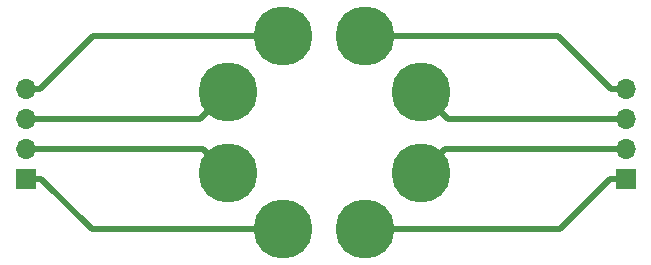
<source format=gbr>
G04 #@! TF.GenerationSoftware,KiCad,Pcbnew,(5.1.5)-3*
G04 #@! TF.CreationDate,2020-04-06T13:37:37+02:00*
G04 #@! TF.ProjectId,Dekatron_breakout,44656b61-7472-46f6-9e5f-627265616b6f,rev?*
G04 #@! TF.SameCoordinates,Original*
G04 #@! TF.FileFunction,Copper,L1,Top*
G04 #@! TF.FilePolarity,Positive*
%FSLAX46Y46*%
G04 Gerber Fmt 4.6, Leading zero omitted, Abs format (unit mm)*
G04 Created by KiCad (PCBNEW (5.1.5)-3) date 2020-04-06 13:37:37*
%MOMM*%
%LPD*%
G04 APERTURE LIST*
%ADD10C,5.000000*%
%ADD11R,1.700000X1.700000*%
%ADD12O,1.700000X1.700000*%
%ADD13C,0.500000*%
G04 APERTURE END LIST*
D10*
X137749001Y-85324001D03*
X142474001Y-80599001D03*
X137749001Y-92224001D03*
X142474001Y-96949001D03*
X154099001Y-92224001D03*
X154099001Y-85324001D03*
X149374001Y-96949001D03*
X149374001Y-80599001D03*
D11*
X171450000Y-92710000D03*
D12*
X171450000Y-90170000D03*
X171450000Y-87630000D03*
X171450000Y-85090000D03*
X120650000Y-85090000D03*
X120650000Y-87630000D03*
X120650000Y-90170000D03*
D11*
X120650000Y-92710000D03*
D13*
X152909534Y-96949001D02*
X149374001Y-96949001D01*
X165860999Y-96949001D02*
X152909534Y-96949001D01*
X170100000Y-92710000D02*
X165860999Y-96949001D01*
X171450000Y-92710000D02*
X170100000Y-92710000D01*
X156153002Y-90170000D02*
X154099001Y-92224001D01*
X171450000Y-90170000D02*
X156153002Y-90170000D01*
X156405000Y-87630000D02*
X154099001Y-85324001D01*
X171450000Y-87630000D02*
X156405000Y-87630000D01*
X171450000Y-85090000D02*
X170180000Y-85090000D01*
X165689001Y-80599001D02*
X149374001Y-80599001D01*
X170180000Y-85090000D02*
X165689001Y-80599001D01*
X126343080Y-80599001D02*
X142474001Y-80599001D01*
X120650000Y-85090000D02*
X121852081Y-85090000D01*
X121852081Y-85090000D02*
X126343080Y-80599001D01*
X135443002Y-87630000D02*
X137749001Y-85324001D01*
X120650000Y-87630000D02*
X135443002Y-87630000D01*
X135695000Y-90170000D02*
X137749001Y-92224001D01*
X120650000Y-90170000D02*
X135695000Y-90170000D01*
X138938468Y-96949001D02*
X142474001Y-96949001D01*
X122000000Y-92710000D02*
X126239001Y-96949001D01*
X126239001Y-96949001D02*
X138938468Y-96949001D01*
X120650000Y-92710000D02*
X122000000Y-92710000D01*
M02*

</source>
